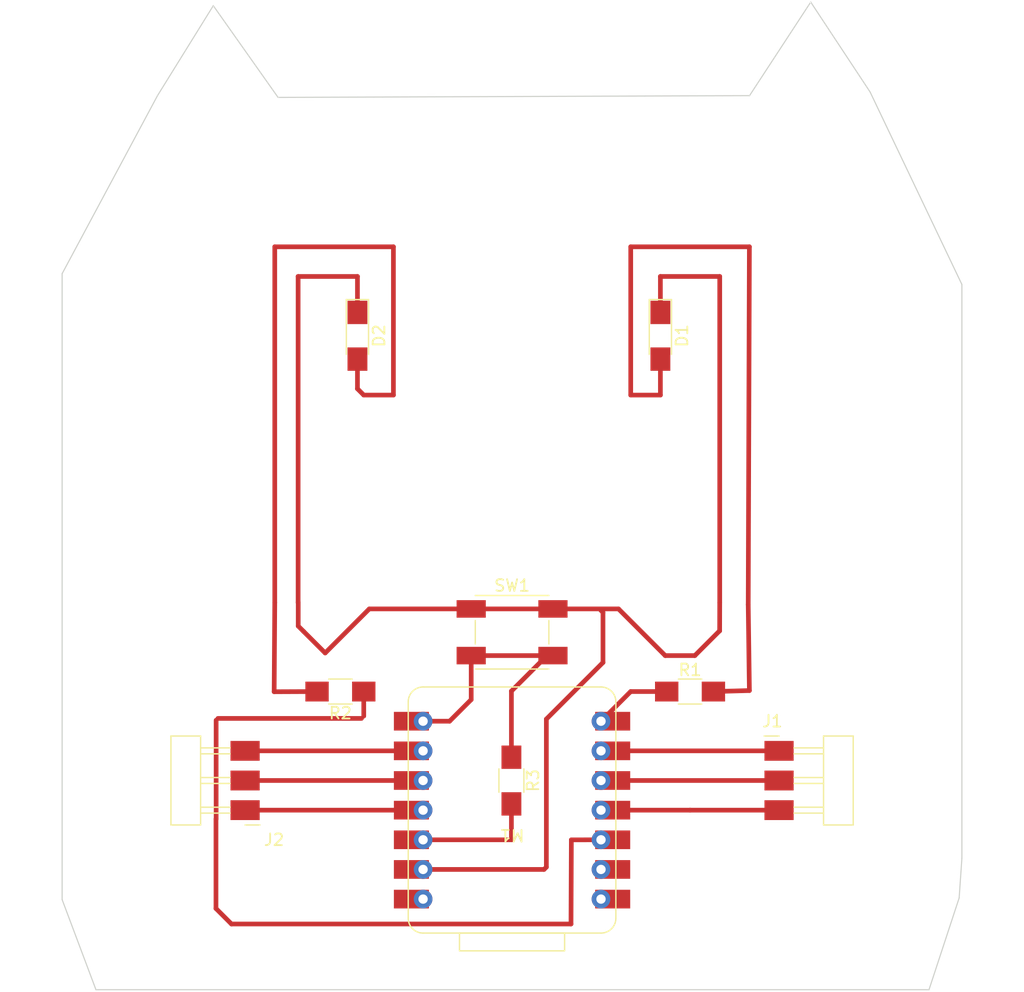
<source format=kicad_pcb>
(kicad_pcb (version 20221018) (generator pcbnew)
  (layers (0 "F.Cu" signal) (31 "B.Cu" signal) (34 "B.Paste" user) (35 "F.Paste" user) (36 "B.SilkS" user "B.Silkscreen") (37 "F.SilkS" user "F.Silkscreen") (38 "B.Mask" user) (39 "F.Mask" user) (44 "Edge.Cuts" user))
  (net 0 "")
  (net 3 "VCC")
  (net 4 "GND")
  (net 5 "Net-(D1-A)")
  (net 6 "Net-(D2-A)")
  (net 7 "/D2")
  (net 8 "/D3")
  (net 9 "/D4")
  (net 10 "/D8")
  (net 11 "/D9")
  (net 12 "/D10")
  (net 13 "LED")
  (net 14 "BUTTON")
  (net 16 "LED1")
  (footprint "fab:SeedStudio_XIAO" (layer "F.Cu") (at 127 93.98 180)
    (fp_text reference "M1" (at 0.0025 -2.149 180 unlocked) (layer "F.SilkS"))
    (fp_text value "Module_XIAO-ESP32C3" hide)
    (fp_line (start -8.8875 9.281) (end -8.8875 -9.261) (stroke (width 0.12)) (layer "F.SilkS"))
    (fp_line (start -7.6175 -10.531) (end 7.6225 -10.531) (stroke (width 0.12)) (layer "F.SilkS"))
    (fp_line (start 7.6225 10.551) (end -7.6175 10.551) (stroke (width 0.12)) (layer "F.SilkS"))
    (fp_line (start 8.8925 -9.261) (end 8.8925 9.281) (stroke (width 0.12)) (layer "F.SilkS"))
    (fp_rect (start -4.4975 -10.531) (end 4.5025 -12.055) (stroke (width 0.12)) (fill none) (layer "F.SilkS"))
    (fp_arc (start -8.8875 -9.261) (mid -8.515526 -10.159026) (end -7.6175 -10.531) (stroke (width 0.12)) (layer "F.SilkS"))
    (fp_arc (start -7.6175 10.551) (mid -8.515526 10.179026) (end -8.8875 9.281) (stroke (width 0.12)) (layer "F.SilkS"))
    (fp_arc (start 7.6225 -10.531) (mid 8.520526 -10.159026) (end 8.8925 -9.261) (stroke (width 0.12)) (layer "F.SilkS"))
    (fp_arc (start 8.8925 9.281) (mid 8.520526 10.179026) (end 7.6225 10.551) (stroke (width 0.12)) (layer "F.SilkS"))
    (pad "1" thru_hole circle (at -7.615 -7.62 180) (size 1.6 1.6) (drill 0.8) (layers "*.Cu" "*.Mask"))
    (pad "1" smd rect (at -7.615 -7.62 180) (size 3 1.6) (drill (offset -1 0)) (layers "F.Cu" "F.Paste" "F.Mask"))
    (pad "2" thru_hole circle (at -7.615 -5.08 180) (size 1.6 1.6) (drill 0.8) (layers "*.Cu" "*.Mask"))
    (pad "2" smd rect (at -7.615 -5.08 180) (size 3 1.6) (drill (offset -1 0)) (layers "F.Cu" "F.Paste" "F.Mask"))
    (pad "3" thru_hole circle (at -7.615 -2.54 180) (size 1.6 1.6) (drill 0.8) (layers "*.Cu" "*.Mask") (net 16 "LED1"))
    (pad "3" smd rect (at -7.615 -2.54 180) (size 3 1.6) (drill (offset -1 0)) (layers "F.Cu" "F.Paste" "F.Mask") (net 16 "LED1"))
    (pad "4" thru_hole circle (at -7.615 0 180) (size 1.6 1.6) (drill 0.8) (layers "*.Cu" "*.Mask") (net 7 "/D2"))
    (pad "4" smd rect (at -7.615 0 180) (size 3 1.6) (drill (offset -1 0)) (layers "F.Cu" "F.Paste" "F.Mask") (net 7 "/D2"))
    (pad "5" thru_hole circle (at -7.615 2.54 180) (size 1.6 1.6) (drill 0.8) (layers "*.Cu" "*.Mask") (net 8 "/D3"))
    (pad "5" smd rect (at -7.615 2.54 180) (size 3 1.6) (drill (offset -1 0)) (layers "F.Cu" "F.Paste" "F.Mask") (net 8 "/D3"))
    (pad "6" thru_hole circle (at -7.615 5.08 180) (size 1.6 1.6) (drill 0.8) (layers "*.Cu" "*.Mask") (net 9 "/D4"))
    (pad "6" smd rect (at -7.615 5.08 180) (size 3 1.6) (drill (offset -1 0)) (layers "F.Cu" "F.Paste" "F.Mask") (net 9 "/D4"))
    (pad "7" thru_hole circle (at -7.615 7.62 180) (size 1.6 1.6) (drill 0.8) (layers "*.Cu" "*.Mask") (net 13 "LED"))
    (pad "7" smd rect (at -7.615 7.62 180) (size 3 1.6) (drill (offset -1 0)) (layers "F.Cu" "F.Paste" "F.Mask") (net 13 "LED"))
    (pad "8" thru_hole circle (at 7.62 7.62 180) (size 1.6 1.6) (drill 0.8) (layers "*.Cu" "*.Mask") (net 14 "BUTTON"))
    (pad "8" smd rect (at 7.62 7.62 180) (size 3 1.6) (drill (offset 1 0)) (layers "F.Cu" "F.Paste" "F.Mask") (net 14 "BUTTON"))
    (pad "9" thru_hole circle (at 7.62 5.08 180) (size 1.6 1.6) (drill 0.8) (layers "*.Cu" "*.Mask") (net 10 "/D8"))
    (pad "9" smd rect (at 7.62 5.08 180) (size 3 1.6) (drill (offset 1 0)) (layers "F.Cu" "F.Paste" "F.Mask") (net 10 "/D8"))
    (pad "10" thru_hole circle (at 7.62 2.54 180) (size 1.6 1.6) (drill 0.8) (layers "*.Cu" "*.Mask") (net 11 "/D9"))
    (pad "10" smd rect (at 7.62 2.54 180) (size 3 1.6) (drill (offset 1 0)) (layers "F.Cu" "F.Paste" "F.Mask") (net 11 "/D9"))
    (pad "11" thru_hole circle (at 7.62 0 180) (size 1.6 1.6) (drill 0.8) (layers "*.Cu" "*.Mask") (net 12 "/D10"))
    (pad "11" smd rect (at 7.62 0 180) (size 3 1.6) (drill (offset 1 0)) (layers "F.Cu" "F.Paste" "F.Mask") (net 12 "/D10"))
    (pad "12" thru_hole circle (at 7.62 -2.54 180) (size 1.6 1.6) (drill 0.8) (layers "*.Cu" "*.Mask") (net 3 "VCC"))
    (pad "12" smd rect (at 7.62 -2.54 180) (size 3 1.6) (drill (offset 1 0)) (layers "F.Cu" "F.Paste" "F.Mask") (net 3 "VCC"))
    (pad "13" thru_hole circle (at 7.62 -5.08 180) (size 1.6 1.6) (drill 0.8) (layers "*.Cu" "*.Mask") (net 4 "GND"))
    (pad "13" smd rect (at 7.62 -5.08 180) (size 3 1.6) (drill (offset 1 0)) (layers "F.Cu" "F.Paste" "F.Mask") (net 4 "GND"))
    (pad "14" thru_hole circle (at 7.62 -7.62 180) (size 1.6 1.6) (drill 0.8) (layers "*.Cu" "*.Mask"))
    (pad "14" smd rect (at 7.62 -7.62 180) (size 3 1.6) (drill (offset 1 0)) (layers "F.Cu" "F.Paste" "F.Mask"))
  )
  (footprint "fab:R_1206" (layer "F.Cu") (at 126.943466 91.444461 -90)
    (fp_text reference "R3" (at 0 -1.85 -270) (layer "F.SilkS"))
    (fp_text value "10k ohm")
    (fp_line (start -1 -1.07) (end 1 -1.07) (stroke (width 0.12)) (layer "F.SilkS"))
    (fp_line (start 1 1.07) (end -1 1.07) (stroke (width 0.12)) (layer "F.SilkS"))
    (pad "1" smd rect (at -2 0 270) (size 2 1.7) (layers "F.Cu" "F.Paste" "F.Mask") (net 14 "BUTTON"))
    (pad "2" smd rect (at 2 0 270) (size 2 1.7) (layers "F.Cu" "F.Paste" "F.Mask") (net 3 "VCC"))
  )
  (footprint "fab:R_1206" (layer "F.Cu") (at 112.3 83.82 180)
    (fp_text reference "R2" (at 0 -1.85) (layer "F.SilkS"))
    (fp_text value "10k ohm")
    (fp_line (start -1 -1.07) (end 1 -1.07) (stroke (width 0.12)) (layer "F.SilkS"))
    (fp_line (start 1 1.07) (end -1 1.07) (stroke (width 0.12)) (layer "F.SilkS"))
    (pad "1" smd rect (at -2 0 180) (size 2 1.7) (layers "F.Cu" "F.Paste" "F.Mask") (net 16 "LED1"))
    (pad "2" smd rect (at 2 0 180) (size 2 1.7) (layers "F.Cu" "F.Paste" "F.Mask") (net 6 "Net-(D2-A)"))
  )
  (footprint "fab:Button_Omron_B3SN_6.0x6.0mm" (layer "F.Cu") (at 127 78.74)
    (fp_text reference "SW1" (at 0 -4) (layer "F.SilkS"))
    (fp_text value "Button_Omron_B3SN_6.0x6.0mm")
    (fp_line (start -3.15 -3.15) (end 3.15 -3.15) (stroke (width 0.12)) (layer "F.SilkS"))
    (fp_line (start -3.15 1) (end -3.15 -1) (stroke (width 0.12)) (layer "F.SilkS"))
    (fp_line (start 3.15 -1) (end 3.15 1) (stroke (width 0.12)) (layer "F.SilkS"))
    (fp_line (start 3.15 3.15) (end -3.15 3.15) (stroke (width 0.12)) (layer "F.SilkS"))
    (pad "1" smd rect (at -3.5 -2) (size 2.5 1.5) (layers "F.Cu" "F.Paste" "F.Mask") (net 4 "GND"))
    (pad "1" smd rect (at 3.5 -2) (size 2.5 1.5) (layers "F.Cu" "F.Paste" "F.Mask") (net 4 "GND"))
    (pad "2" smd rect (at -3.5 2) (size 2.5 1.5) (layers "F.Cu" "F.Paste" "F.Mask") (net 14 "BUTTON"))
    (pad "2" smd rect (at 3.5 2) (size 2.5 1.5) (layers "F.Cu" "F.Paste" "F.Mask") (net 14 "BUTTON"))
  )
  (footprint "fab:PinHeader_1x03_P2.54mm_Horizontal_SMD" (layer "F.Cu") (at 104.14 93.98 180)
    (fp_text reference "J2" (at -1.524 -2.54) (layer "F.SilkS") (effects (justify left)))
    (fp_text value "Conn_PinHeader_1x03_P2.54mm_Horizontal_SMD")
    (fp_line (start -1.27 -1.27) (end 0 -1.27) (stroke (width 0.12)) (layer "F.SilkS"))
    (fp_line (start 3.81 -1.27) (end 6.35 -1.27) (stroke (width 0.12)) (layer "F.SilkS"))
    (fp_line (start 3.81 -0.254) (end 1.27 -0.254) (stroke (width 0.12)) (layer "F.SilkS"))
    (fp_line (start 3.81 0.254) (end 1.27 0.254) (stroke (width 0.12)) (layer "F.SilkS"))
    (fp_line (start 3.81 2.286) (end 1.27 2.286) (stroke (width 0.12)) (layer "F.SilkS"))
    (fp_line (start 3.81 2.794) (end 1.27 2.794) (stroke (width 0.12)) (layer "F.SilkS"))
    (fp_line (start 3.81 4.826) (end 1.27 4.826) (stroke (width 0.12)) (layer "F.SilkS"))
    (fp_line (start 3.81 5.334) (end 1.27 5.334) (stroke (width 0.12)) (layer "F.SilkS"))
    (fp_line (start 3.81 6.35) (end 3.81 -1.27) (stroke (width 0.12)) (layer "F.SilkS"))
    (fp_line (start 6.35 -1.27) (end 6.35 6.35) (stroke (width 0.12)) (layer "F.SilkS"))
    (fp_line (start 6.35 6.35) (end 3.81 6.35) (stroke (width 0.12)) (layer "F.SilkS"))
    (pad "1" smd rect (at 0 0 180) (size 2.5 1.7) (layers "F.Cu" "F.Paste" "F.Mask") (net 12 "/D10"))
    (pad "2" smd rect (at 0 2.54 180) (size 2.5 1.7) (layers "F.Cu" "F.Paste" "F.Mask") (net 11 "/D9"))
    (pad "3" smd rect (at 0 5.08 180) (size 2.5 1.7) (layers "F.Cu" "F.Paste" "F.Mask") (net 10 "/D8"))
  )
  (footprint "fab:R_1206" (layer "F.Cu") (at 142.24 83.82)
    (fp_text reference "R1" (at 0 -1.85) (layer "F.SilkS"))
    (fp_text value "10k ohm")
    (fp_line (start -1 -1.07) (end 1 -1.07) (stroke (width 0.12)) (layer "F.SilkS"))
    (fp_line (start 1 1.07) (end -1 1.07) (stroke (width 0.12)) (layer "F.SilkS"))
    (pad "1" smd rect (at -2 0) (size 2 1.7) (layers "F.Cu" "F.Paste" "F.Mask") (net 13 "LED"))
    (pad "2" smd rect (at 2 0) (size 2 1.7) (layers "F.Cu" "F.Paste" "F.Mask") (net 5 "Net-(D1-A)"))
  )
  (footprint "fab:LED_1206" (layer "F.Cu") (at 113.76 53.34 -90)
    (fp_text reference "D2" (at 0 -1.85 90) (layer "F.SilkS"))
    (fp_text value "LED_1206")
    (fp_line (start -3.1 -0.95) (end -3.1 0.95) (stroke (width 0.12)) (layer "F.SilkS"))
    (fp_line (start -3.1 -0.95) (end 1.6 -0.95) (stroke (width 0.12)) (layer "F.SilkS"))
    (fp_line (start -3.1 0.95) (end 1.6 0.95) (stroke (width 0.12)) (layer "F.SilkS"))
    (pad "1" smd rect (at -2 0 270) (size 2 1.7) (layers "F.Cu" "F.Paste" "F.Mask") (net 4 "GND"))
    (pad "2" smd rect (at 2 0 270) (size 2 1.7) (layers "F.Cu" "F.Paste" "F.Mask") (net 6 "Net-(D2-A)"))
  )
  (footprint "fab:PinHeader_1x03_P2.54mm_Horizontal_SMD" (layer "F.Cu") (at 149.86 88.9)
    (fp_text reference "J1" (at -1.524 -2.54 180) (layer "F.SilkS") (effects (justify left)))
    (fp_text value "Conn_PinHeader_1x03_P2.54mm_Horizontal_SMD")
    (fp_line (start -1.27 -1.27) (end 0 -1.27) (stroke (width 0.12)) (layer "F.SilkS"))
    (fp_line (start 3.81 -1.27) (end 6.35 -1.27) (stroke (width 0.12)) (layer "F.SilkS"))
    (fp_line (start 3.81 -0.254) (end 1.27 -0.254) (stroke (width 0.12)) (layer "F.SilkS"))
    (fp_line (start 3.81 0.254) (end 1.27 0.254) (stroke (width 0.12)) (layer "F.SilkS"))
    (fp_line (start 3.81 2.286) (end 1.27 2.286) (stroke (width 0.12)) (layer "F.SilkS"))
    (fp_line (start 3.81 2.794) (end 1.27 2.794) (stroke (width 0.12)) (layer "F.SilkS"))
    (fp_line (start 3.81 4.826) (end 1.27 4.826) (stroke (width 0.12)) (layer "F.SilkS"))
    (fp_line (start 3.81 5.334) (end 1.27 5.334) (stroke (width 0.12)) (layer "F.SilkS"))
    (fp_line (start 3.81 6.35) (end 3.81 -1.27) (stroke (width 0.12)) (layer "F.SilkS"))
    (fp_line (start 6.35 -1.27) (end 6.35 6.35) (stroke (width 0.12)) (layer "F.SilkS"))
    (fp_line (start 6.35 6.35) (end 3.81 6.35) (stroke (width 0.12)) (layer "F.SilkS"))
    (pad "1" smd rect (at 0 0) (size 2.5 1.7) (layers "F.Cu" "F.Paste" "F.Mask") (net 9 "/D4"))
    (pad "2" smd rect (at 0 2.54) (size 2.5 1.7) (layers "F.Cu" "F.Paste" "F.Mask") (net 8 "/D3"))
    (pad "3" smd rect (at 0 5.08) (size 2.5 1.7) (layers "F.Cu" "F.Paste" "F.Mask") (net 7 "/D2"))
  )
  (footprint "fab:LED_1206" (layer "F.Cu") (at 139.7 53.34 -90)
    (fp_text reference "D1" (at 0 -1.85 90) (layer "F.SilkS"))
    (fp_text value "LED_1206")
    (fp_line (start -3.1 -0.95) (end -3.1 0.95) (stroke (width 0.12)) (layer "F.SilkS"))
    (fp_line (start -3.1 -0.95) (end 1.6 -0.95) (stroke (width 0.12)) (layer "F.SilkS"))
    (fp_line (start -3.1 0.95) (end 1.6 0.95) (stroke (width 0.12)) (layer "F.SilkS"))
    (pad "1" smd rect (at -2 0 270) (size 2 1.7) (layers "F.Cu" "F.Paste" "F.Mask") (net 4 "GND"))
    (pad "2" smd rect (at 2 0 270) (size 2 1.7) (layers "F.Cu" "F.Paste" "F.Mask") (net 5 "Net-(D1-A)"))
  )
  (gr_line (start 165.281159 101.501668) (end 165.515802 98.099352) (stroke (width 0.1)) (layer "Edge.Cuts"))
  (gr_line (start 162.700091 109.362194) (end 165.281159 101.501668) (stroke (width 0.1)) (layer "Edge.Cuts"))
  (gr_line (start 165.515802 68.669008) (end 165.515802 98.099352) (stroke (width 0.1)) (layer "Edge.Cuts"))
  (gr_line (start 88.473016 101.643321) (end 91.368756 109.362194) (stroke (width 0.1)) (layer "Edge.Cuts"))
  (gr_line (start 106.963285 32.921156) (end 147.333705 32.76707) (stroke (width 0.1)) (layer "Edge.Cuts"))
  (gr_line (start 88.473016 101.643321) (end 88.473016 48.021542) (stroke (width 0.1)) (layer "Edge.Cuts"))
  (gr_line (start 88.473016 48.021542) (end 96.639551 32.76707) (stroke (width 0.1)) (layer "Edge.Cuts"))
  (gr_line (start 96.639551 32.76707) (end 101.416204 25.062791) (stroke (width 0.1)) (layer "Edge.Cuts"))
  (gr_line (start 147.333705 32.76707) (end 152.572614 24.75462) (stroke (width 0.1)) (layer "Edge.Cuts"))
  (gr_line (start 157.657438 32.458899) (end 165.515802 48.946055) (stroke (width 0.1)) (layer "Edge.Cuts"))
  (gr_line (start 101.416204 25.062791) (end 106.963285 32.921156) (stroke (width 0.1)) (layer "Edge.Cuts"))
  (gr_line (start 165.515802 48.946055) (end 165.515802 68.669008) (stroke (width 0.1)) (layer "Edge.Cuts"))
  (gr_line (start 152.572614 24.75462) (end 157.657438 32.458899) (stroke (width 0.1)) (layer "Edge.Cuts"))
  (gr_line (start 91.368756 109.362194) (end 162.700091 109.362194) (stroke (width 0.1)) (layer "Edge.Cuts"))
  (segment (start 126.999206 96.52) (end 126.943466 96.46426) (width 0.4) (layer "F.Cu") (net 3))
  (segment (start 119.38 96.52) (end 126.999206 96.52) (width 0.4) (layer "F.Cu") (net 3))
  (segment (start 126.943466 96.46426) (end 126.943466 93.444461) (width 0.4) (layer "F.Cu") (net 3))
  (segment (start 108.68 48.26) (end 108.68 76.2) (width 0.4) (layer "F.Cu") (net 4))
  (segment (start 144.774615 78.613483) (end 142.648098 80.74) (width 0.4) (layer "F.Cu") (net 4))
  (segment (start 110.996303 80.51613) (end 114.772433 76.74) (width 0.4) (layer "F.Cu") (net 4))
  (segment (start 134.784064 77.042095) (end 134.597601 76.855632) (width 0.4) (layer "F.Cu") (net 4))
  (segment (start 114.772433 76.74) (end 123.5 76.74) (width 0.4) (layer "F.Cu") (net 4))
  (segment (start 144.78 48.26) (end 144.78 76.2) (width 0.4) (layer "F.Cu") (net 4))
  (segment (start 134.784064 81.330744) (end 134.784064 77.042095) (width 0.4) (layer "F.Cu") (net 4))
  (segment (start 108.688899 78.208725) (end 108.688899 76.14669) (width 0.4) (layer "F.Cu") (net 4))
  (segment (start 109.154478 78.674304) (end 108.688899 78.208725) (width 0.4) (layer "F.Cu") (net 4))
  (segment (start 142.648098 80.74) (end 140.114203 80.74) (width 0.4) (layer "F.Cu") (net 4))
  (segment (start 136.114203 76.74) (end 130.5 76.74) (width 0.4) (layer "F.Cu") (net 4))
  (segment (start 139.7 51.34) (end 139.7 48.26) (width 0.4) (layer "F.Cu") (net 4))
  (segment (start 123.5 76.74) (end 130.5 76.74) (width 0.4) (layer "F.Cu") (net 4))
  (segment (start 129.936025 86.178783) (end 134.784064 81.330744) (width 0.4) (layer "F.Cu") (net 4))
  (segment (start 140.114203 80.74) (end 136.114203 76.74) (width 0.4) (layer "F.Cu") (net 4))
  (segment (start 129.936025 98.858269) (end 129.936025 86.178783) (width 0.4) (layer "F.Cu") (net 4))
  (segment (start 119.38 99.06) (end 129.734294 99.06) (width 0.4) (layer "F.Cu") (net 4))
  (segment (start 113.76 51.34) (end 113.76 48.26) (width 0.4) (layer "F.Cu") (net 4))
  (segment (start 139.7 48.26) (end 144.78 48.26) (width 0.4) (layer "F.Cu") (net 4))
  (segment (start 129.734294 99.06) (end 129.936025 98.858269) (width 0.4) (layer "F.Cu") (net 4))
  (segment (start 113.76 48.26) (end 108.68 48.26) (width 0.4) (layer "F.Cu") (net 4))
  (segment (start 110.996303 80.51613) (end 109.154478 78.674304) (width 0.4) (layer "F.Cu") (net 4))
  (segment (start 144.78 76.2) (end 144.77321 78.62296) (width 0.4) (layer "F.Cu") (net 4))
  (segment (start 137.16 58.42) (end 139.7 58.42) (width 0.4) (layer "F.Cu") (net 5))
  (segment (start 147.220147 76.368585) (end 147.32 45.72) (width 0.4) (layer "F.Cu") (net 5))
  (segment (start 139.7 58.42) (end 139.7 55.34) (width 0.4) (layer "F.Cu") (net 5))
  (segment (start 147.320374 83.735277) (end 147.220147 76.368585) (width 0.4) (layer "F.Cu") (net 5))
  (segment (start 144.24 83.82) (end 147.320374 83.735277) (width 0.4) (layer "F.Cu") (net 5))
  (segment (start 147.32 45.72) (end 137.16 45.72) (width 0.4) (layer "F.Cu") (net 5))
  (segment (start 137.16 45.72) (end 137.16 58.42) (width 0.4) (layer "F.Cu") (net 5))
  (segment (start 116.84 45.72) (end 106.68 45.72) (width 0.4) (layer "F.Cu") (net 6))
  (segment (start 113.76 57.88) (end 114.3 58.42) (width 0.4) (layer "F.Cu") (net 6))
  (segment (start 106.68 45.72) (end 106.68 76.2) (width 0.4) (layer "F.Cu") (net 6))
  (segment (start 114.3 58.42) (end 116.84 58.42) (width 0.4) (layer "F.Cu") (net 6))
  (segment (start 116.84 58.42) (end 116.84 45.72) (width 0.4) (layer "F.Cu") (net 6))
  (segment (start 106.68 76.2) (end 106.628171 83.835504) (width 0.4) (layer "F.Cu") (net 6))
  (segment (start 106.628171 83.835504) (end 110.3 83.82) (width 0.4) (layer "F.Cu") (net 6))
  (segment (start 113.76 55.34) (end 113.76 57.88) (width 0.4) (layer "F.Cu") (net 6))
  (segment (start 134.615 93.98) (end 142.24 93.98) (width 0.4) (layer "F.Cu") (net 7))
  (segment (start 142.24 93.98) (end 149.86 93.98) (width 0.4) (layer "F.Cu") (net 7))
  (segment (start 134.615 91.44) (end 149.86 91.44) (width 0.4) (layer "F.Cu") (net 8))
  (segment (start 134.615 88.9) (end 149.86 88.9) (width 0.4) (layer "F.Cu") (net 9))
  (segment (start 119.38 88.9) (end 104.14 88.9) (width 0.4) (layer "F.Cu") (net 10))
  (segment (start 119.38 91.44) (end 104.14 91.44) (width 0.4) (layer "F.Cu") (net 11))
  (segment (start 119.38 93.98) (end 104.14 93.98) (width 0.4) (layer "F.Cu") (net 12))
  (segment (start 137.155 83.82) (end 140.24 83.82) (width 0.4) (layer "F.Cu") (net 13))
  (segment (start 134.615 86.36) (end 137.155 83.82) (width 0.4) (layer "F.Cu") (net 13))
  (segment (start 121.648936 86.36) (end 123.5 84.508936) (width 0.4) (layer "F.Cu") (net 14))
  (segment (start 126.943466 83.782394) (end 129.98586 80.74) (width 0.4) (layer "F.Cu") (net 14))
  (segment (start 129.98586 80.74) (end 130.5 80.74) (width 0.4) (layer "F.Cu") (net 14))
  (segment (start 123.5 84.508936) (end 123.5 80.74) (width 0.4) (layer "F.Cu") (net 14))
  (segment (start 121.648936 86.36) (end 119.38 86.36) (width 0.4) (layer "F.Cu") (net 14))
  (segment (start 123.5 80.74) (end 130.5 80.74) (width 0.4) (layer "F.Cu") (net 14))
  (segment (start 126.943466 89.444461) (end 126.943466 83.782394) (width 0.4) (layer "F.Cu") (net 14))
  (segment (start 101.659367 94.732307) (end 101.646216 94.745458) (width 0.25) (layer "F.Cu") (net 16))
  (segment (start 114.3 85.925251) (end 114.103394 86.121857) (width 0.25) (layer "F.Cu") (net 16))
  (segment (start 101.659367 86.276442) (end 101.659367 94.732307) (width 0.4) (layer "F.Cu") (net 16))
  (segment (start 101.646216 94.745458) (end 101.646216 102.406294) (width 0.4) (layer "F.Cu") (net 16))
  (segment (start 101.813952 86.121857) (end 101.659367 86.276442) (width 0.25) (layer "F.Cu") (net 16))
  (segment (start 102.973995 103.734073) (end 132.045355 103.734073) (width 0.4) (layer "F.Cu") (net 16))
  (segment (start 132.045355 103.734073) (end 132.075868 96.524607) (width 0.4) (layer "F.Cu") (net 16))
  (segment (start 114.3 83.82) (end 114.3 85.925251) (width 0.4) (layer "F.Cu") (net 16))
  (segment (start 114.103394 86.121857) (end 101.813952 86.121857) (width 0.4) (layer "F.Cu") (net 16))
  (segment (start 132.075868 96.524607) (end 134.615 96.52) (width 0.4) (layer "F.Cu") (net 16))
  (segment (start 101.646216 102.406294) (end 102.973995 103.734073) (width 0.4) (layer "F.Cu") (net 16))
)
</source>
